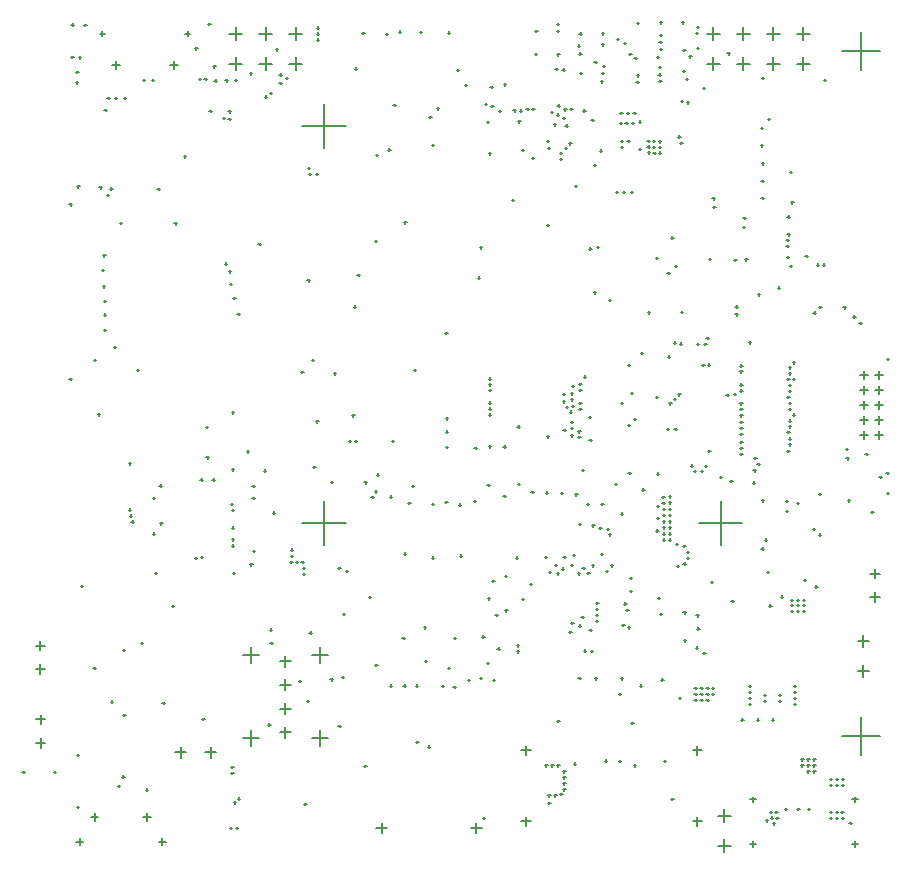
<source format=gbr>
%TF.GenerationSoftware,Altium Limited,Altium Designer,23.1.1 (15)*%
G04 Layer_Color=128*
%FSLAX45Y45*%
%MOMM*%
%TF.SameCoordinates,8C37DE4A-61E0-4A85-99FC-D0A1A2E6B02F*%
%TF.FilePolarity,Positive*%
%TF.FileFunction,Drillmap*%
%TF.Part,Single*%
G01*
G75*
%TA.AperFunction,NonConductor*%
%ADD141C,0.12700*%
D141*
X541380Y182880D02*
X601380D01*
X571380Y152880D02*
Y212880D01*
X1241380Y182880D02*
X1301380D01*
X1271380Y152880D02*
Y212880D01*
X666380Y392880D02*
X731380D01*
X698880Y360380D02*
Y425380D01*
X1111380Y392880D02*
X1176380D01*
X1143880Y360380D02*
Y425380D01*
X1381840Y939800D02*
X1471840D01*
X1426840Y894800D02*
Y984800D01*
X1635840Y939800D02*
X1725840D01*
X1680840Y894800D02*
Y984800D01*
X200660Y1218540D02*
X280660D01*
X240660Y1178540D02*
Y1258540D01*
X200660Y1018540D02*
X280660D01*
X240660Y978540D02*
Y1058540D01*
X198120Y1643380D02*
X278120D01*
X238120Y1603380D02*
Y1683380D01*
X198120Y1843380D02*
X278120D01*
X238120Y1803380D02*
Y1883380D01*
X1955500Y1060000D02*
X2090500D01*
X2023000Y992500D02*
Y1127500D01*
X5976042Y400676D02*
X6086042D01*
X6031042Y345676D02*
Y455675D01*
X5976042Y146676D02*
X6086042D01*
X6031042Y91676D02*
Y201675D01*
X6246000Y159500D02*
X6296000D01*
X6271000Y134500D02*
Y184500D01*
X7110000Y160000D02*
X7160000D01*
X7135000Y135000D02*
Y185000D01*
X7110000Y540000D02*
X7160000D01*
X7135000Y515000D02*
Y565000D01*
X6246000Y540000D02*
X6296000D01*
X6271000Y515000D02*
Y565000D01*
X3085000Y300000D02*
X3175000D01*
X3130000Y255000D02*
Y345000D01*
X3885000Y300000D02*
X3975000D01*
X3930000Y255000D02*
Y345000D01*
X2452911Y2879662D02*
X2822911D01*
X2637911Y2694662D02*
Y3064662D01*
X2452911Y6239622D02*
X2822911D01*
X2637911Y6054622D02*
Y6424622D01*
X7024552Y6880000D02*
X7344551D01*
X7184552Y6720000D02*
Y7040000D01*
X1460002Y7025003D02*
X1510002D01*
X1485002Y7000003D02*
Y7050003D01*
X740002Y7025003D02*
X790002D01*
X765002Y7000003D02*
Y7050003D01*
X845002Y6760003D02*
X915002D01*
X880002Y6725003D02*
Y6795003D01*
X1335002Y6760003D02*
X1405002D01*
X1370002Y6725003D02*
Y6795003D01*
X7308500Y3882500D02*
X7373500D01*
X7341000Y3850000D02*
Y3915000D01*
X7308500Y3755500D02*
X7373500D01*
X7341000Y3723000D02*
Y3788000D01*
X7181500Y3755500D02*
X7246500D01*
X7214000Y3723000D02*
Y3788000D01*
X7181500Y3628500D02*
X7246500D01*
X7214000Y3596000D02*
Y3661000D01*
X7181500Y3882500D02*
X7246500D01*
X7214000Y3850000D02*
Y3915000D01*
X7181500Y4009500D02*
X7246500D01*
X7214000Y3977000D02*
Y4042000D01*
X7308500Y3628500D02*
X7373500D01*
X7341000Y3596000D02*
Y3661000D01*
X7308500Y4009500D02*
X7373500D01*
X7341000Y3977000D02*
Y4042000D01*
X7181500Y4136500D02*
X7246500D01*
X7214000Y4104000D02*
Y4169000D01*
X7308500Y4136500D02*
X7373500D01*
X7341000Y4104000D02*
Y4169000D01*
X6643000Y7023000D02*
X6753000D01*
X6698000Y6968000D02*
Y7078000D01*
X6389000Y7023000D02*
X6499000D01*
X6444000Y6968000D02*
Y7078000D01*
X6135000Y7023000D02*
X6245000D01*
X6190000Y6968000D02*
Y7078000D01*
X5881000Y7023000D02*
X5991000D01*
X5936000Y6968000D02*
Y7078000D01*
X5881000Y6769000D02*
X5991000D01*
X5936000Y6714000D02*
Y6824000D01*
X6135000Y6769000D02*
X6245000D01*
X6190000Y6714000D02*
Y6824000D01*
X6389000Y6769000D02*
X6499000D01*
X6444000Y6714000D02*
Y6824000D01*
X6643000Y6769000D02*
X6753000D01*
X6698000Y6714000D02*
Y6824000D01*
X2345080Y7023000D02*
X2455080D01*
X2400080Y6968000D02*
Y7078000D01*
X2091080Y7023000D02*
X2201080D01*
X2146080Y6968000D02*
Y7078000D01*
X1837080Y7023000D02*
X1947080D01*
X1892080Y6968000D02*
Y7078000D01*
X1837080Y6769000D02*
X1947080D01*
X1892080Y6714000D02*
Y6824000D01*
X2091080Y6769000D02*
X2201080D01*
X2146080Y6714000D02*
Y6824000D01*
X2345080Y6769000D02*
X2455080D01*
X2400080Y6714000D02*
Y6824000D01*
X4311200Y955000D02*
X4391199D01*
X4351200Y915000D02*
Y995000D01*
X5761200Y955000D02*
X5841199D01*
X5801199Y915000D02*
Y995000D01*
X5761200Y355000D02*
X5841199D01*
X5801199Y315000D02*
Y395000D01*
X4311200Y355000D02*
X4391199D01*
X4351200Y315000D02*
Y395000D01*
X2535500Y1060000D02*
X2670500D01*
X2603000Y992500D02*
Y1127500D01*
X2535500Y1760000D02*
X2670500D01*
X2603000Y1692500D02*
Y1827500D01*
X1955500Y1760000D02*
X2090500D01*
X2023000Y1692500D02*
Y1827500D01*
X2267000Y1110000D02*
X2359000D01*
X2313000Y1064000D02*
Y1156000D01*
X2267000Y1310000D02*
X2359000D01*
X2313000Y1264000D02*
Y1356000D01*
X2267000Y1510000D02*
X2359000D01*
X2313000Y1464000D02*
Y1556000D01*
X2267000Y1710000D02*
X2359000D01*
X2313000Y1664000D02*
Y1756000D01*
X7265000Y2253000D02*
X7345000D01*
X7305000Y2213000D02*
Y2293000D01*
X7265000Y2453000D02*
X7345000D01*
X7305000Y2413000D02*
Y2493000D01*
X7158300Y1627000D02*
X7258300D01*
X7208300Y1577000D02*
Y1677000D01*
X7158300Y1881000D02*
X7258300D01*
X7208300Y1831000D02*
Y1931000D01*
X7024552Y1080000D02*
X7344551D01*
X7184552Y920000D02*
Y1240000D01*
X5812871Y2879662D02*
X6182871D01*
X5997871Y2694662D02*
Y3064662D01*
X1712120Y6626142D02*
X1732120D01*
X1722120Y6616142D02*
Y6636142D01*
X1806137Y6627772D02*
X1826137D01*
X1816137Y6617772D02*
Y6637772D01*
X3766980Y6718300D02*
X3786980D01*
X3776980Y6708300D02*
Y6728300D01*
X3228500Y6418580D02*
X3248500D01*
X3238500Y6408580D02*
Y6428580D01*
X4402300Y5973437D02*
X4422300D01*
X4412300Y5963437D02*
Y5983437D01*
X4313080Y6040120D02*
X4333080D01*
X4323080Y6030120D02*
Y6050120D01*
X4038760Y6009640D02*
X4058760D01*
X4048760Y5999640D02*
Y6019640D01*
X3449480Y7038340D02*
X3469480D01*
X3459480Y7028340D02*
Y7048340D01*
X3688240Y7033260D02*
X3708240D01*
X3698240Y7023260D02*
Y7043260D01*
X3594260Y6390640D02*
X3614260D01*
X3604260Y6380640D02*
Y6400640D01*
X3162460Y7020560D02*
X3182460D01*
X3172460Y7010560D02*
Y7030560D01*
X2964340Y7030720D02*
X2984340D01*
X2974340Y7020720D02*
Y7040720D01*
X3271680Y7040880D02*
X3291680D01*
X3281680Y7030880D02*
Y7050880D01*
X987580Y3385820D02*
X1007580D01*
X997580Y3375820D02*
Y3395820D01*
X726600Y3799840D02*
X746600D01*
X736600Y3789840D02*
Y3809840D01*
X355440Y772160D02*
X375440D01*
X365440Y762160D02*
Y782160D01*
X547840Y916940D02*
X567840D01*
X557840Y906940D02*
Y926940D01*
X547840Y478785D02*
X567840D01*
X557840Y468785D02*
Y488785D01*
X87579Y773718D02*
X107579D01*
X97579Y763718D02*
Y783718D01*
X6583840Y5854700D02*
X6603840D01*
X6593840Y5844700D02*
Y5864700D01*
X1054260Y4175760D02*
X1074260D01*
X1064260Y4165760D02*
Y4185760D01*
X688500Y1653540D02*
X708500D01*
X698500Y1643540D02*
Y1663540D01*
X1349959Y2176460D02*
X1369959D01*
X1359959Y2166460D02*
Y2186460D01*
X2141949Y6491769D02*
X2161949D01*
X2151949Y6481769D02*
Y6501769D01*
X2180929Y6523337D02*
X2200929D01*
X2190929Y6513337D02*
Y6533337D01*
X2262533Y6604942D02*
X2282533D01*
X2272533Y6594942D02*
Y6614942D01*
X1669783Y6367433D02*
X1689783D01*
X1679783Y6357433D02*
Y6377433D01*
X1830716Y6365213D02*
X1850716D01*
X1840716Y6355213D02*
Y6375213D01*
X1583103Y6639213D02*
X1603103D01*
X1593103Y6629213D02*
Y6649213D01*
X1628823Y6639213D02*
X1648823D01*
X1638823Y6629213D02*
Y6649213D01*
X1550083Y6898293D02*
X1570083D01*
X1560083Y6888293D02*
Y6908293D01*
X1702483Y6745893D02*
X1722483D01*
X1712483Y6735893D02*
Y6755893D01*
X1660680Y7104380D02*
X1680680D01*
X1670680Y7094380D02*
Y7114380D01*
X484660Y4099560D02*
X504660D01*
X494660Y4089560D02*
Y4109560D01*
X3072920Y5267960D02*
X3092920D01*
X3082920Y5257960D02*
Y5277960D01*
X1190780Y3093720D02*
X1210780D01*
X1200780Y3083720D02*
Y3103720D01*
X1246660Y3197860D02*
X1266660D01*
X1256660Y3187860D02*
Y3207860D01*
X690400Y4259580D02*
X710400D01*
X700400Y4249580D02*
Y4269580D01*
X7023783Y662593D02*
X7043783D01*
X7033783Y652593D02*
Y672593D01*
X6922184Y713393D02*
X6942183D01*
X6932183Y703393D02*
Y723393D01*
X6972983Y713393D02*
X6992983D01*
X6982983Y703393D02*
Y723393D01*
X6782483Y878493D02*
X6802483D01*
X6792483Y868493D02*
Y888493D01*
X7023783Y713393D02*
X7043783D01*
X7033783Y703393D02*
Y723393D01*
X7060720Y3505200D02*
X7080720D01*
X7070720Y3495200D02*
Y3515200D01*
X7342660Y3268980D02*
X7362660D01*
X7352660Y3258980D02*
Y3278980D01*
X6972983Y662593D02*
X6992983D01*
X6982983Y652593D02*
Y672593D01*
X6925836Y662150D02*
X6945836D01*
X6935836Y652150D02*
Y672150D01*
X6782483Y776893D02*
X6802483D01*
X6792483Y766893D02*
Y786893D01*
X6782483Y827693D02*
X6802483D01*
X6792483Y817693D02*
Y837693D01*
X580860Y2346960D02*
X600860D01*
X590860Y2336960D02*
Y2356960D01*
X484660Y5577840D02*
X504660D01*
X494660Y5567840D02*
Y5587840D01*
X938479Y1807498D02*
X958479D01*
X948479Y1797498D02*
Y1817498D01*
X941019Y1253778D02*
X961019D01*
X951019Y1243778D02*
Y1263778D01*
X1134059Y623858D02*
X1154059D01*
X1144059Y613858D02*
Y633858D01*
X895299Y654338D02*
X915299D01*
X905299Y644338D02*
Y664338D01*
X1091720Y1864360D02*
X1111720D01*
X1101720Y1854360D02*
Y1874360D01*
X1272060Y1356360D02*
X1292060D01*
X1282060Y1346360D02*
Y1366360D01*
X1609880Y1219200D02*
X1629880D01*
X1619880Y1209200D02*
Y1229200D01*
X837720Y1369060D02*
X857720D01*
X847720Y1359060D02*
Y1379060D01*
X931700Y734060D02*
X951700D01*
X941700Y724060D02*
Y744060D01*
X1845259Y298738D02*
X1865259D01*
X1855259Y288738D02*
Y308738D01*
X1896059Y298738D02*
X1916059D01*
X1906059Y288738D02*
Y308738D01*
X1206020Y2456180D02*
X1226020D01*
X1216020Y2446180D02*
Y2466180D01*
X3833026Y6588082D02*
X3853026D01*
X3843026Y6578082D02*
Y6598082D01*
X6595900Y5595620D02*
X6615900D01*
X6605900Y5585620D02*
Y5605620D01*
X550700Y5730240D02*
X570700D01*
X560700Y5720240D02*
Y5740240D01*
X2760500Y2501900D02*
X2780500D01*
X2770500Y2491900D02*
Y2511900D01*
X2575080Y3741420D02*
X2595080D01*
X2585080Y3731420D02*
Y3751420D01*
X2879880Y3792220D02*
X2899880D01*
X2889880Y3782220D02*
Y3802220D01*
X2826540Y2476500D02*
X2846540D01*
X2836540Y2466500D02*
Y2486500D01*
X2448080Y4160520D02*
X2468080D01*
X2458080Y4150520D02*
Y4170520D01*
X2722400Y4147820D02*
X2742400D01*
X2732400Y4137820D02*
Y4157820D01*
X5066820Y2522220D02*
X5086820D01*
X5076820Y2512220D02*
Y2532220D01*
X5028720Y2473960D02*
X5048720D01*
X5038720Y2463960D02*
Y2483960D01*
X4175280Y2141220D02*
X4195280D01*
X4185280Y2131220D02*
Y2151220D01*
X3981018Y1918450D02*
X4001018D01*
X3991018Y1908450D02*
Y1928450D01*
X4949980Y5217160D02*
X4969980D01*
X4959980Y5207160D02*
Y5227160D01*
X4091460Y2103120D02*
X4111460D01*
X4101460Y2093120D02*
Y2113120D01*
X4886480Y5204460D02*
X4906480D01*
X4896480Y5194460D02*
Y5214460D01*
X5054120Y2783840D02*
X5074120D01*
X5064120Y2773840D02*
Y2793840D01*
X4020986Y6278202D02*
X4040986D01*
X4030986Y6268202D02*
Y6288202D01*
X771680Y5146040D02*
X791680D01*
X781680Y5136040D02*
Y5156040D01*
X761520Y5024120D02*
X781520D01*
X771520Y5014120D02*
Y5034120D01*
X769140Y4884420D02*
X789140D01*
X779140Y4874420D02*
Y4894420D01*
X774220Y4762500D02*
X794220D01*
X784220Y4752500D02*
Y4772500D01*
X1906740Y4650740D02*
X1926740D01*
X1916740Y4640740D02*
Y4660740D01*
X1843560Y4904740D02*
X1863560D01*
X1853560Y4894740D02*
Y4914740D01*
X1871500Y4785360D02*
X1891500D01*
X1881500Y4775360D02*
Y4795360D01*
X1833400Y5011420D02*
X1853400D01*
X1843400Y5001420D02*
Y5021420D01*
X4787420Y2453640D02*
X4807420D01*
X4797420Y2443640D02*
Y2463640D01*
X4828060Y2501900D02*
X4848060D01*
X4838060Y2491900D02*
Y2511900D01*
X4868700Y2458720D02*
X4888700D01*
X4878700Y2448720D02*
Y2468720D01*
X4909340Y2522220D02*
X4929340D01*
X4919340Y2512220D02*
Y2532220D01*
X863120Y4368800D02*
X883120D01*
X873120Y4358800D02*
Y4378800D01*
X776760Y4513580D02*
X796760D01*
X786760Y4503580D02*
Y4523580D01*
X776760Y4645660D02*
X796760D01*
X786760Y4635660D02*
Y4655660D01*
X540540Y6611620D02*
X560540D01*
X550540Y6601620D02*
Y6621620D01*
X565940Y6822440D02*
X585940D01*
X575940Y6812440D02*
Y6832440D01*
X543080Y6700520D02*
X563080D01*
X553080Y6690520D02*
Y6710520D01*
X499900Y6824980D02*
X519900D01*
X509900Y6814980D02*
Y6834980D01*
X3667280Y4488180D02*
X3687280D01*
X3677280Y4478180D02*
Y4498180D01*
X3959380Y5214620D02*
X3979380D01*
X3969380Y5204620D02*
Y5224620D01*
X3941600Y4958080D02*
X3961600D01*
X3951600Y4948080D02*
Y4968080D01*
X2084860Y5242560D02*
X2104860D01*
X2094860Y5232560D02*
Y5252560D01*
X5793372Y2098046D02*
X5813372D01*
X5803372Y2088046D02*
Y2108046D01*
X2923060Y4978400D02*
X2943060D01*
X2933060Y4968400D02*
Y4988400D01*
X4764560Y5732780D02*
X4784560D01*
X4774560Y5722780D02*
Y5742780D01*
X2801140Y2108200D02*
X2821140D01*
X2811140Y2098200D02*
Y2118200D01*
X5483380Y2110740D02*
X5503380D01*
X5493380Y2100740D02*
Y2120740D01*
X5850884Y1779236D02*
X5870884D01*
X5860884Y1769236D02*
Y1789236D01*
X4109082Y1816770D02*
X4129082D01*
X4119082Y1806770D02*
Y1826770D01*
X6349011Y6649022D02*
X6369011D01*
X6359011Y6639022D02*
Y6659022D01*
X4976172Y6034282D02*
X4996172D01*
X4986172Y6024282D02*
Y6044282D01*
X5913267Y2379302D02*
X5933267D01*
X5923267Y2369302D02*
Y2389302D01*
X4717591Y1958034D02*
X4737591D01*
X4727591Y1948034D02*
Y1968034D01*
X4797733Y2012428D02*
X4817733D01*
X4807733Y2002428D02*
Y2022428D01*
X5212891Y1996134D02*
X5232891D01*
X5222891Y1986134D02*
Y2006134D01*
X5482854Y7010042D02*
X5502854D01*
X5492854Y7000042D02*
Y7020042D01*
X5682146Y6885262D02*
X5702146D01*
X5692146Y6875262D02*
Y6895262D01*
X5704212Y6640106D02*
X5724212D01*
X5714212Y6630106D02*
Y6650106D01*
X5471326Y6676982D02*
X5491326D01*
X5481326Y6666982D02*
Y6686982D01*
X5289220Y6669799D02*
X5309220D01*
X5299220Y6659799D02*
Y6679799D01*
X4991266Y6689682D02*
X5011266D01*
X5001266Y6679682D02*
Y6699682D01*
X5469610Y2244078D02*
X5489610D01*
X5479610Y2234078D02*
Y2254078D01*
X3041897Y3100029D02*
X3061897D01*
X3051897Y3090029D02*
Y3110029D01*
X3022120Y2252980D02*
X3042120D01*
X3032120Y2242980D02*
Y2262980D01*
X3314220Y2621280D02*
X3334220D01*
X3324220Y2611280D02*
Y2631280D01*
X3074279Y1676492D02*
X3094279D01*
X3084279Y1666492D02*
Y1686492D01*
X5643400Y1399540D02*
X5663400D01*
X5653400Y1389540D02*
Y1409540D01*
X5155187Y1564542D02*
X5175187D01*
X5165187Y1554542D02*
Y1574542D01*
X6236383Y1399193D02*
X6256383D01*
X6246383Y1389193D02*
Y1409193D01*
X6236383Y1449993D02*
X6256383D01*
X6246383Y1439993D02*
Y1459993D01*
X6236383Y1348393D02*
X6256383D01*
X6246383Y1338393D02*
Y1358393D01*
X5313200Y1503680D02*
X5333200D01*
X5323200Y1493680D02*
Y1513680D01*
X3517062Y988060D02*
X3537062D01*
X3527062Y978060D02*
Y998060D01*
X5800880Y1986280D02*
X5820880D01*
X5810880Y1976280D02*
Y1996280D01*
X6237760Y4409440D02*
X6257760D01*
X6247760Y4399440D02*
Y4419440D01*
X6111318Y3975536D02*
X6131318D01*
X6121318Y3965536D02*
Y3985536D01*
X5878606Y4449737D02*
X5898606D01*
X5888606Y4439737D02*
Y4459737D01*
X4525800Y5402580D02*
X4545800D01*
X4535800Y5392580D02*
Y5412580D01*
X4525800Y3614420D02*
X4545800D01*
X4535800Y3604420D02*
Y3624420D01*
X6344440Y2664460D02*
X6364440D01*
X6354440Y2654460D02*
Y2674460D01*
X6550180Y3065780D02*
X6570180D01*
X6560180Y3055780D02*
Y3075780D01*
X5137940Y1435100D02*
X5157940D01*
X5147940Y1425100D02*
Y1445100D01*
X6090440Y2219960D02*
X6110440D01*
X6100440Y2209960D02*
Y2229960D01*
X5849140Y6563360D02*
X5869140D01*
X5859140Y6553360D02*
Y6573360D01*
X4904260Y6294120D02*
X4924260D01*
X4914260Y6284120D02*
Y6304120D01*
X6080280Y3235960D02*
X6100280D01*
X6090280Y3225960D02*
Y3245960D01*
X4825337Y3327720D02*
X4845337D01*
X4835337Y3317720D02*
Y3337720D01*
X1886276Y6630047D02*
X1906276D01*
X1896276Y6620047D02*
Y6640047D01*
X2015195Y6687488D02*
X2035195D01*
X2025195Y6677488D02*
Y6697488D01*
X1830716Y6300776D02*
X1850716D01*
X1840716Y6290776D02*
Y6310776D01*
X1781859Y6312131D02*
X1801858D01*
X1791858Y6302131D02*
Y6322131D01*
X2319450Y6647960D02*
X2339450D01*
X2329450Y6637960D02*
Y6657960D01*
X4588791Y6254862D02*
X4608791D01*
X4598791Y6244862D02*
Y6264862D01*
X2262660Y6677660D02*
X2282660D01*
X2272660Y6667660D02*
Y6687660D01*
X3735860Y1493520D02*
X3755860D01*
X3745860Y1483520D02*
Y1503520D01*
X1988340Y3487420D02*
X2008340D01*
X1998340Y3477420D02*
Y3497420D01*
X1254280Y2877820D02*
X1274280D01*
X1264280Y2867820D02*
Y2887820D01*
X6468900Y381000D02*
X6488900D01*
X6478900Y371000D02*
Y391000D01*
X6382540Y363220D02*
X6402540D01*
X6392540Y353220D02*
Y373220D01*
X6423180Y386080D02*
X6443180D01*
X6433180Y376080D02*
Y396080D01*
X6438420Y337820D02*
X6458420D01*
X6448420Y327820D02*
Y347820D01*
X5579900Y546100D02*
X5599900D01*
X5589900Y536100D02*
Y556100D01*
X4614700Y1203960D02*
X4634700D01*
X4624700Y1193960D02*
Y1213960D01*
X3983531Y385774D02*
X4003531D01*
X3993531Y375774D02*
Y395774D01*
X2168680Y1173480D02*
X2188680D01*
X2178680Y1163480D02*
Y1183480D01*
X7020130Y434435D02*
X7040130D01*
X7030130Y424435D02*
Y444435D01*
X1858800Y2689860D02*
X1878800D01*
X1868800Y2679860D02*
Y2699860D01*
X2516660Y1953260D02*
X2536660D01*
X2526660Y1943260D02*
Y1963260D01*
X6555260Y5275580D02*
X6575260D01*
X6565260Y5265580D02*
Y5285580D01*
X6555260Y5224780D02*
X6575260D01*
X6565260Y5214780D02*
Y5234780D01*
X6716858Y5140981D02*
X6736858D01*
X6726858Y5130981D02*
Y5150981D01*
X6481600Y4874260D02*
X6501600D01*
X6491600Y4864260D02*
Y4884260D01*
X6833411Y4711394D02*
X6853411D01*
X6843411Y4701394D02*
Y4721394D01*
X7121680Y4627880D02*
X7141680D01*
X7131680Y4617880D02*
Y4637880D01*
X7037860Y4706620D02*
X7057860D01*
X7047860Y4696620D02*
Y4716620D01*
X6832120Y3124200D02*
X6852120D01*
X6842120Y3114200D02*
Y3134200D01*
X6644160Y3048000D02*
X6664160D01*
X6654160Y3038000D02*
Y3058000D01*
X6508291Y2257754D02*
X6528291D01*
X6518291Y2247754D02*
Y2267754D01*
X4935367Y1565627D02*
X4955367D01*
X4945367Y1555627D02*
Y1575627D01*
X6799100Y2341880D02*
X6819100D01*
X6809100Y2331880D02*
Y2351880D01*
X6702580Y2397760D02*
X6722580D01*
X6712580Y2387760D02*
Y2407760D01*
X1866420Y2458720D02*
X1886420D01*
X1876420Y2448720D02*
Y2468720D01*
X2016280Y2529840D02*
X2036280D01*
X2026280Y2519840D02*
Y2539840D01*
X2793520Y1577340D02*
X2813520D01*
X2803520Y1567340D02*
Y1587340D01*
X2694460Y1557020D02*
X2714460D01*
X2704460Y1547020D02*
Y1567020D01*
X2427760Y1544320D02*
X2447760D01*
X2437760Y1534320D02*
Y1554320D01*
X2186460Y1866900D02*
X2206460D01*
X2196460Y1856900D02*
Y1876900D01*
X2181380Y1978660D02*
X2201380D01*
X2191380Y1968660D02*
Y1988660D01*
X2763040Y1160780D02*
X2783040D01*
X2773040Y1150780D02*
Y1170780D01*
X2493800Y1374140D02*
X2513800D01*
X2503800Y1364140D02*
Y1384140D01*
X1645440Y3436620D02*
X1665440D01*
X1655440Y3426620D02*
Y3446620D01*
X1861340Y3335020D02*
X1881340D01*
X1871340Y3325020D02*
Y3345020D01*
X2128942Y3324809D02*
X2148942D01*
X2138942Y3314809D02*
Y3334809D01*
X2034060Y3192780D02*
X2054060D01*
X2044060Y3182780D02*
Y3202780D01*
X2034060Y3093022D02*
X2054060D01*
X2044060Y3083022D02*
Y3103022D01*
X1853720Y3042920D02*
X1873720D01*
X1863720Y3032920D02*
Y3052920D01*
X2209320Y2969260D02*
X2229320D01*
X2219320Y2959260D02*
Y2979260D01*
X1599720Y2593340D02*
X1619720D01*
X1609720Y2583340D02*
Y2603340D01*
X995200Y2943860D02*
X1015200D01*
X1005200Y2933860D02*
Y2953860D01*
X1010440Y2893060D02*
X1030440D01*
X1020440Y2883060D02*
Y2903060D01*
X987580Y2994660D02*
X1007580D01*
X997580Y2984660D02*
Y3004660D01*
X2036600Y2641600D02*
X2056600D01*
X2046600Y2631600D02*
Y2651600D01*
X1546380Y2583180D02*
X1566380D01*
X1556380Y2573180D02*
Y2593180D01*
X1594640Y3248660D02*
X1614640D01*
X1604640Y3238660D02*
Y3258660D01*
X1696240Y3248660D02*
X1716240D01*
X1706240Y3238660D02*
Y3258660D01*
X1858800Y2991422D02*
X1878800D01*
X1868800Y2981422D02*
Y3001422D01*
X1858800Y2841562D02*
X1878800D01*
X1868800Y2831562D02*
Y2851562D01*
X1858800Y2742502D02*
X1878800D01*
X1868800Y2732502D02*
Y2752502D01*
X1190780Y2790762D02*
X1210780D01*
X1200780Y2780762D02*
Y2800762D01*
X7088660Y340360D02*
X7108660D01*
X7098660Y330360D02*
Y350360D01*
X5515309Y864490D02*
X5535308D01*
X5525308Y854490D02*
Y874490D01*
X5264940Y828040D02*
X5284940D01*
X5274940Y818040D02*
Y838040D01*
X5137940Y866140D02*
X5157940D01*
X5147940Y856140D02*
Y876140D01*
X5016020Y868680D02*
X5036020D01*
X5026020Y858680D02*
Y878680D01*
X6312322Y4816436D02*
X6332322D01*
X6322322Y4806436D02*
Y4826436D01*
X5900954Y5117987D02*
X5920954D01*
X5910954Y5107987D02*
Y5127987D01*
X3636800Y1498600D02*
X3656800D01*
X3646800Y1488600D02*
Y1508600D01*
X1373660Y5417820D02*
X1393660D01*
X1383660Y5407820D02*
Y5427820D01*
X909344Y5420636D02*
X929344D01*
X919344Y5410636D02*
Y5430636D01*
X4685250Y6244847D02*
X4705250D01*
X4695250Y6234847D02*
Y6254847D01*
X4021773Y1693310D02*
X4041772D01*
X4031772Y1683310D02*
Y1703310D01*
X4072033Y1550348D02*
X4092033D01*
X4082033Y1540348D02*
Y1560348D01*
X6585213Y5055638D02*
X6605213D01*
X6595213Y5045638D02*
Y5065638D01*
X3690146Y1653595D02*
X3710146D01*
X3700146Y1643595D02*
Y1663595D01*
X3496255Y1710981D02*
X3516255D01*
X3506255Y1700981D02*
Y1720981D01*
X4525666Y6114676D02*
X4545666D01*
X4535666Y6104676D02*
Y6124676D01*
X6922183Y433993D02*
X6942183D01*
X6932183Y423993D02*
Y443993D01*
X6972983Y433993D02*
X6992983D01*
X6982983Y423993D02*
Y443993D01*
X6922183Y383193D02*
X6942183D01*
X6932183Y373193D02*
Y393193D01*
X6972983Y383193D02*
X6992983D01*
X6982983Y373193D02*
Y393193D01*
X7023783Y383193D02*
X7043783D01*
X7033783Y373193D02*
Y393193D01*
X6541183Y459393D02*
X6561183D01*
X6551183Y449393D02*
Y469393D01*
X6461330Y434435D02*
X6481330D01*
X6471330Y424435D02*
Y444435D01*
X6414183Y433993D02*
X6434183D01*
X6424183Y423993D02*
Y443993D01*
X6680883Y827693D02*
X6700883D01*
X6690883Y817693D02*
Y837693D01*
X6731683Y776893D02*
X6751683D01*
X6741683Y766893D02*
Y786893D01*
X6731683Y827693D02*
X6751683D01*
X6741683Y817693D02*
Y837693D01*
X6731683Y878493D02*
X6751683D01*
X6741683Y868493D02*
Y888493D01*
X6680883Y878493D02*
X6700883D01*
X6690883Y868493D02*
Y888493D01*
X3419719Y1504392D02*
X3439719D01*
X3429719Y1494392D02*
Y1514392D01*
X3313039Y1504392D02*
X3333039D01*
X3323039Y1494392D02*
Y1514392D01*
X2235077Y6891309D02*
X2255077D01*
X2245077Y6881309D02*
Y6901309D01*
X1453354Y5985265D02*
X1473354D01*
X1463354Y5975265D02*
Y5995265D01*
X3738597Y1905998D02*
X3758596D01*
X3748597Y1895998D02*
Y1915998D01*
X4595136Y2522787D02*
X4615136D01*
X4605136Y2512787D02*
Y2532787D01*
X4543887Y2466183D02*
X4563887D01*
X4553887Y2456183D02*
Y2476183D01*
X4940447Y2050767D02*
X4960447D01*
X4950447Y2040767D02*
Y2060767D01*
X5686165Y1886689D02*
X5706165D01*
X5696165Y1876689D02*
Y1896689D01*
X4943670Y2154224D02*
X4963670D01*
X4953670Y2144224D02*
Y2164224D01*
X4667911Y2593771D02*
X4687911D01*
X4677911Y2583771D02*
Y2603771D01*
X4945245Y2204359D02*
X4965245D01*
X4955245Y2194359D02*
Y2214359D01*
X4729627Y2523291D02*
X4749627D01*
X4739627Y2513291D02*
Y2533291D01*
X4944006Y2102722D02*
X4964006D01*
X4954006Y2092722D02*
Y2112722D01*
X4614367Y2453770D02*
X4634367D01*
X4624367Y2443770D02*
Y2463770D01*
X4651902Y2494663D02*
X4671902D01*
X4661902Y2484663D02*
Y2504663D01*
X5683738Y2124087D02*
X5703738D01*
X5693738Y2114087D02*
Y2134087D01*
X6490383Y1373793D02*
X6510383D01*
X6500383Y1363793D02*
Y1383793D01*
X6490383Y1424593D02*
X6510383D01*
X6500383Y1414593D02*
Y1434593D01*
X6363383Y1373793D02*
X6383383D01*
X6373383Y1363793D02*
Y1383793D01*
X6363383Y1424593D02*
X6383383D01*
X6373383Y1414593D02*
Y1434593D01*
X6617383Y1348393D02*
X6637383D01*
X6627383Y1338393D02*
Y1358393D01*
X6617383Y1399193D02*
X6637383D01*
X6627383Y1389193D02*
Y1409193D01*
X6617383Y1449993D02*
X6637383D01*
X6627383Y1439993D02*
Y1459993D01*
X6617383Y1500793D02*
X6637383D01*
X6627383Y1490793D02*
Y1510793D01*
X6236383Y1500793D02*
X6256383D01*
X6246383Y1490793D02*
Y1510793D01*
X6173187Y1216570D02*
X6193187D01*
X6183187Y1206570D02*
Y1226570D01*
X6429843Y1216570D02*
X6449843D01*
X6439843Y1206570D02*
Y1226570D01*
X6303735Y1216570D02*
X6323735D01*
X6313735Y1206570D02*
Y1226570D01*
X2500239Y4934992D02*
X2520239D01*
X2510239Y4924992D02*
Y4944992D01*
X3959256Y1566451D02*
X3979256D01*
X3969256Y1556451D02*
Y1576451D01*
X3859139Y1551712D02*
X3879139D01*
X3869139Y1541712D02*
Y1561712D01*
X3198739Y1504392D02*
X3218739D01*
X3208739Y1494392D02*
Y1514392D01*
X4616731Y6414882D02*
X4636731D01*
X4626731Y6404882D02*
Y6424882D01*
X1230911Y5706222D02*
X1250911D01*
X1240911Y5696222D02*
Y5716222D01*
X2539520Y4262120D02*
X2559520D01*
X2549520Y4252120D02*
Y4272120D01*
X5832484Y3318645D02*
X5852484D01*
X5842484Y3308645D02*
Y3328645D01*
X6164084Y4213935D02*
X6184084D01*
X6174084Y4203935D02*
Y4223935D01*
X5843551Y4220322D02*
X5863551D01*
X5853551Y4210322D02*
Y4230322D01*
X5893763Y3490617D02*
X5913763D01*
X5903763Y3480617D02*
Y3500617D01*
X5549522Y4290458D02*
X5569522D01*
X5559522Y4280458D02*
Y4300458D01*
X5601577Y4407757D02*
X5621577D01*
X5611577Y4397757D02*
Y4417757D01*
X5322180Y4318111D02*
X5342180D01*
X5332180Y4308111D02*
Y4328111D01*
X4755094Y843306D02*
X4775094D01*
X4765094Y833306D02*
Y853306D01*
X4666791Y776934D02*
X4686791D01*
X4676791Y766934D02*
Y786934D01*
X3555896Y6081900D02*
X3575896D01*
X3565896Y6071900D02*
Y6091900D01*
X1183335Y6632750D02*
X1203335D01*
X1193335Y6622750D02*
Y6642750D01*
X1107135Y6632750D02*
X1127135D01*
X1117135Y6622750D02*
Y6642750D01*
X4733667Y2035627D02*
X4753667D01*
X4743667Y2025627D02*
Y2045627D01*
X5218714Y3306097D02*
X5238714D01*
X5228714Y3296097D02*
Y3316097D01*
X4120600Y6368200D02*
X4140600D01*
X4130600Y6358200D02*
Y6378200D01*
X4056866Y6409754D02*
X4076866D01*
X4066866Y6399754D02*
Y6419754D01*
X3999588Y6428134D02*
X4019588D01*
X4009588Y6418134D02*
Y6438134D01*
X3531691Y6316282D02*
X3551691D01*
X3541691Y6306282D02*
Y6326282D01*
X5890716Y4221939D02*
X5910716D01*
X5900716Y4211939D02*
Y4231939D01*
X5151286Y3898222D02*
X5171286D01*
X5161286Y3888222D02*
Y3908222D01*
X5240186Y3982042D02*
X5260186D01*
X5250186Y3972042D02*
Y3992042D01*
X5211703Y4216694D02*
X5231703D01*
X5221703Y4206694D02*
Y4226694D01*
X5652220Y4399700D02*
X5672220D01*
X5662220Y4389700D02*
Y4409700D01*
X4727728Y3686596D02*
X4747728D01*
X4737728Y3676596D02*
Y3696596D01*
X4727728Y3736756D02*
X4747728D01*
X4737728Y3726756D02*
Y3746756D01*
X4722007Y3824560D02*
X4742007D01*
X4732007Y3814560D02*
Y3834560D01*
X4882824Y3779616D02*
X4902824D01*
X4892824Y3769616D02*
Y3789615D01*
X5449572Y3946482D02*
X5469571D01*
X5459572Y3936482D02*
Y3956482D01*
X5865007Y3363947D02*
X5885007D01*
X5875007Y3353947D02*
Y3373947D01*
X5994458Y3272206D02*
X6014458D01*
X6004458Y3262206D02*
Y3282206D01*
X5460357Y3299790D02*
X5480357D01*
X5470357Y3289790D02*
Y3309790D01*
X5334984Y3163661D02*
X5354984D01*
X5344984Y3153661D02*
Y3173661D01*
X5172991Y5683362D02*
X5192991D01*
X5182991Y5673362D02*
Y5693362D01*
X5112031Y5685902D02*
X5132031D01*
X5122031Y5675902D02*
Y5695902D01*
X5236491Y5685902D02*
X5256491D01*
X5246491Y5675902D02*
Y5695902D01*
X2901685Y3573666D02*
X2921685D01*
X2911685Y3563666D02*
Y3583666D01*
X2850885Y3573666D02*
X2870885D01*
X2860885Y3563666D02*
Y3583666D01*
X6564893Y5324878D02*
X6584893D01*
X6574893Y5314878D02*
Y5334878D01*
X1641334Y3696147D02*
X1661334D01*
X1651334Y3686147D02*
Y3706147D01*
X1799958Y5077534D02*
X1819958D01*
X1809958Y5067534D02*
Y5087534D01*
X3554503Y2587562D02*
X3574503D01*
X3564503Y2577562D02*
Y2597562D01*
X6815528Y5068292D02*
X6835528D01*
X6825528Y5058292D02*
Y5078292D01*
X6866328Y5068292D02*
X6886328D01*
X6876328Y5058292D02*
Y5078292D01*
X4229808Y5613900D02*
X4249808D01*
X4239808Y5603900D02*
Y5623900D01*
X6871992Y6628857D02*
X6891992D01*
X6881992Y6618857D02*
Y6638857D01*
X5924096Y1433116D02*
X5944096D01*
X5934096Y1423116D02*
Y1443116D01*
X5924096Y1483300D02*
X5944096D01*
X5934096Y1473300D02*
Y1493300D01*
X5776000Y1483300D02*
X5796000D01*
X5786000Y1473300D02*
Y1493300D01*
X5877600Y1381700D02*
X5897600D01*
X5887600Y1371700D02*
Y1391700D01*
X5877600Y1432500D02*
X5897600D01*
X5887600Y1422500D02*
Y1442500D01*
X5826800Y1381700D02*
X5846800D01*
X5836800Y1371700D02*
Y1391700D01*
X5242093Y1189660D02*
X5262093D01*
X5252093Y1179660D02*
Y1199660D01*
X3555011Y3041132D02*
X3575011D01*
X3565011Y3031132D02*
Y3051132D01*
X2355016Y2551147D02*
X2375016D01*
X2365016Y2541147D02*
Y2561147D01*
X6345971Y5924662D02*
X6365971D01*
X6355971Y5914662D02*
Y5934662D01*
X6564411Y5475082D02*
X6584411D01*
X6574411Y5465082D02*
Y5485082D01*
X6343431Y5630022D02*
X6363431D01*
X6353431Y5620022D02*
Y5640022D01*
X6343431Y5777342D02*
X6363431D01*
X6353431Y5767342D02*
Y5787342D01*
X6340891Y6226922D02*
X6360891D01*
X6350891Y6216922D02*
Y6236922D01*
X6340891Y6077062D02*
X6360891D01*
X6350891Y6067062D02*
Y6087062D01*
X5003646Y6747429D02*
X5023646D01*
X5013646Y6737430D02*
Y6757429D01*
X4983970Y6619997D02*
X5003970D01*
X4993970Y6609997D02*
Y6629997D01*
X4929388Y6784758D02*
X4949388D01*
X4939388Y6774758D02*
Y6794758D01*
X5286111Y6614326D02*
X5306111D01*
X5296111Y6604326D02*
Y6624326D01*
X4160097Y3109661D02*
X4180097D01*
X4170097Y3099661D02*
Y3119661D01*
X5776000Y1381700D02*
X5796000D01*
X5786000Y1371700D02*
Y1391700D01*
X3791231Y2604882D02*
X3811231D01*
X3801231Y2594882D02*
Y2614882D01*
X4983151Y2618482D02*
X5003151D01*
X4993151Y2608482D02*
Y2628482D01*
X4748811Y2612502D02*
X4768811D01*
X4758811Y2602502D02*
Y2622502D01*
X6562371Y3491342D02*
X6582371D01*
X6572371Y3481342D02*
Y3501342D01*
X6562371Y3648822D02*
X6582371D01*
X6572371Y3638822D02*
Y3658822D01*
X6610631Y3798682D02*
X6630631D01*
X6620631Y3788682D02*
Y3808682D01*
X6562371Y3946002D02*
X6582371D01*
X6572371Y3936002D02*
Y3956002D01*
X6562371Y4098158D02*
X6582371D01*
X6572371Y4088158D02*
Y4108158D01*
X6611349Y4100942D02*
X6631349D01*
X6621349Y4090942D02*
Y4110942D01*
X6611349Y4240251D02*
X6631349D01*
X6621349Y4230251D02*
Y4250251D01*
X6309507Y3378014D02*
X6329507D01*
X6319507Y3368014D02*
Y3388014D01*
X5052226Y4766902D02*
X5072226D01*
X5062226Y4756902D02*
Y4776902D01*
X3910611Y3064622D02*
X3930611D01*
X3920611Y3054622D02*
Y3074622D01*
X4023846Y3204494D02*
X4043846D01*
X4033846Y3194494D02*
Y3214494D01*
X4887107Y3583260D02*
X4907107D01*
X4897107Y3573260D02*
Y3593260D01*
X6576847Y3997760D02*
X6596847D01*
X6586847Y3987760D02*
Y4007760D01*
X6576847Y4047920D02*
X6596847D01*
X6586847Y4037920D02*
Y4057920D01*
X1861340Y3817620D02*
X1881340D01*
X1871340Y3807620D02*
Y3827620D01*
X5152671Y2960942D02*
X5172671D01*
X5162671Y2950942D02*
Y2970942D01*
X4987740Y3043040D02*
X5007740D01*
X4997740Y3033040D02*
Y3053040D01*
X4867235Y3043779D02*
X4887235D01*
X4877235Y3033779D02*
Y3053779D01*
X3783611Y3036748D02*
X3803611D01*
X3793611Y3026748D02*
Y3046748D01*
X4509354Y2592060D02*
X4529354D01*
X4519354Y2582060D02*
Y2602060D01*
X5495386Y1554445D02*
X5515386D01*
X5505386Y1544445D02*
Y1564445D01*
X611151Y7098922D02*
X631151D01*
X621151Y7088922D02*
Y7108922D01*
X3353088Y3048822D02*
X3373088D01*
X3363088Y3038822D02*
Y3058822D01*
X4800687Y2874630D02*
X4820687D01*
X4810687Y2864630D02*
Y2884630D01*
X4970262Y2840535D02*
X4990262D01*
X4980262Y2830535D02*
Y2850535D01*
X4911842Y2860855D02*
X4931842D01*
X4921842Y2850855D02*
Y2870855D01*
X6164083Y3893981D02*
X6184083D01*
X6174083Y3883981D02*
Y3903981D01*
X4065645Y2389902D02*
X4085645D01*
X4075645Y2379902D02*
Y2399902D01*
X6164083Y4051998D02*
X6184083D01*
X6174083Y4041998D02*
Y4061998D01*
X3420862Y1025383D02*
X3440862D01*
X3430862Y1015383D02*
Y1035383D01*
X6164083Y3843821D02*
X6184083D01*
X6174083Y3833821D02*
Y3853821D01*
X3304234Y1905847D02*
X3324234D01*
X3314234Y1895847D02*
Y1915847D01*
X6164083Y3567291D02*
X6184083D01*
X6174083Y3557291D02*
Y3577291D01*
X3069268Y3148091D02*
X3089268D01*
X3079268Y3138092D02*
Y3158091D01*
X2982107Y3224247D02*
X3002107D01*
X2992107Y3214247D02*
Y3234247D01*
X4170482Y2433241D02*
X4190482D01*
X4180482Y2423241D02*
Y2443241D01*
X4028480Y2242760D02*
X4048480D01*
X4038480Y2232760D02*
Y2252760D01*
X4384657Y2361743D02*
X4404657D01*
X4394657Y2351743D02*
Y2371743D01*
X5036893Y2831410D02*
X5056893D01*
X5046893Y2821410D02*
Y2841410D01*
X6164084Y4163776D02*
X6184084D01*
X6174084Y4153776D02*
Y4173775D01*
X6164083Y4001838D02*
X6184083D01*
X6174083Y3991838D02*
Y4011838D01*
X5100486Y3209882D02*
X5120486D01*
X5110486Y3199882D02*
Y3219882D01*
X6164083Y3517131D02*
X6184083D01*
X6174083Y3507131D02*
Y3527131D01*
X6164083Y3683265D02*
X6184083D01*
X6174083Y3673265D02*
Y3693265D01*
X6164083Y3733425D02*
X6184083D01*
X6174083Y3723425D02*
Y3743425D01*
X5245574Y6269682D02*
X5265574D01*
X5255574Y6259682D02*
Y6279682D01*
X4677207Y6053137D02*
X4697207D01*
X4687207Y6043137D02*
Y6063137D01*
X6374411Y2739962D02*
X6394411D01*
X6384411Y2729962D02*
Y2749962D01*
X1911764Y548075D02*
X1931763D01*
X1921763Y538075D02*
Y558075D01*
X4266720Y2588260D02*
X4286720D01*
X4276720Y2578260D02*
Y2598260D01*
X501931Y7101142D02*
X521931D01*
X511931Y7091142D02*
Y7111142D01*
X946317Y6477942D02*
X966317D01*
X956317Y6467942D02*
Y6487942D01*
X4280066Y3209882D02*
X4300066D01*
X4290066Y3199882D02*
Y3219882D01*
X5617962Y2701783D02*
X5637962D01*
X5627962Y2691783D02*
Y2711783D01*
X7074431Y3072515D02*
X7094431D01*
X7084431Y3062515D02*
Y3082515D01*
X6390787Y2466685D02*
X6410787D01*
X6400787Y2456685D02*
Y2476685D01*
X5625334Y2518713D02*
X5645334D01*
X5635334Y2508713D02*
Y2528713D01*
X7273773Y2973542D02*
X7293773D01*
X7283773Y2963542D02*
Y2983542D01*
X6832766Y2783162D02*
X6852766D01*
X6842766Y2773162D02*
Y2793162D01*
X5709920Y2634156D02*
X5729920D01*
X5719920Y2624156D02*
Y2644156D01*
X5682740Y2683909D02*
X5702740D01*
X5692740Y2673909D02*
Y2693909D01*
X5711942Y2582403D02*
X5731942D01*
X5721942Y2572403D02*
Y2592403D01*
X5684002Y2536683D02*
X5704002D01*
X5694002Y2526683D02*
Y2546683D01*
X5229234Y2414822D02*
X5249234D01*
X5239234Y2404822D02*
Y2424822D01*
X6410442Y2181083D02*
X6430442D01*
X6420442Y2171083D02*
Y2191083D01*
X4767056Y3122555D02*
X4787056D01*
X4777056Y3112555D02*
Y3132555D01*
X4396906Y3143842D02*
X4416906D01*
X4406906Y3133842D02*
Y3153842D01*
X4160097Y3527536D02*
X4180097D01*
X4170097Y3517536D02*
Y3537536D01*
X4037226Y3850242D02*
X4057226D01*
X4047226Y3840242D02*
Y3860242D01*
X4037226Y4006913D02*
X4057226D01*
X4047226Y3996913D02*
Y4016913D01*
X4036226Y3529922D02*
X4056226D01*
X4046226Y3519922D02*
Y3539922D01*
X4037226Y4054722D02*
X4057226D01*
X4047226Y4044722D02*
Y4064722D01*
X4037226Y3799442D02*
X4057226D01*
X4047226Y3789442D02*
Y3809442D01*
X4037226Y3901042D02*
X4057226D01*
X4047226Y3891042D02*
Y3911042D01*
X4037226Y4104242D02*
X4057226D01*
X4047226Y4094242D02*
Y4114242D01*
X3667280Y3058160D02*
X3687280D01*
X3677280Y3048160D02*
Y3068160D01*
X3197377Y3103753D02*
X3217377D01*
X3207377Y3093753D02*
Y3113753D01*
X4725256Y6384752D02*
X4745256D01*
X4735256Y6374752D02*
Y6394752D01*
X4716728Y6094752D02*
X4736728D01*
X4726728Y6084752D02*
Y6104752D01*
X4835642Y6372083D02*
X4855642D01*
X4845642Y6362083D02*
Y6382083D01*
X4663211Y6308872D02*
X4683211D01*
X4673211Y6298872D02*
Y6318872D01*
X4673801Y6383101D02*
X4693801D01*
X4683801Y6373101D02*
Y6393101D01*
X4609582Y6339063D02*
X4629582D01*
X4619582Y6329063D02*
Y6349063D01*
X4558908Y6362049D02*
X4578908D01*
X4568908Y6352049D02*
Y6372049D01*
X4404185Y6383534D02*
X4424185D01*
X4414185Y6373534D02*
Y6393534D01*
X4354026Y6383326D02*
X4374026D01*
X4364026Y6373326D02*
Y6393326D01*
X4613191Y7045728D02*
X4633191D01*
X4623191Y7035728D02*
Y7055728D01*
X5156366Y6113102D02*
X5176366D01*
X5166366Y6103102D02*
Y6123102D01*
X4161968Y6593707D02*
X4181968D01*
X4171968Y6583707D02*
Y6603707D01*
X5191926Y6269682D02*
X5211926D01*
X5201926Y6259682D02*
Y6279682D01*
X4924599Y5910714D02*
X4944599D01*
X4934599Y5900714D02*
Y5920714D01*
X4637207Y6013137D02*
X4657207D01*
X4647207Y6003137D02*
Y6023137D01*
X4995018Y6932174D02*
X5015018D01*
X5005018Y6922174D02*
Y6942174D01*
X4991953Y7026613D02*
X5011953D01*
X5001953Y7016613D02*
Y7036613D01*
X4807796Y6693320D02*
X4827796D01*
X4817796Y6683320D02*
Y6703320D01*
X4803181Y7024144D02*
X4823181D01*
X4813181Y7014144D02*
Y7034144D01*
X5209733Y6113102D02*
X5229733D01*
X5219733Y6103102D02*
Y6123102D01*
X5473847Y6112227D02*
X5493847D01*
X5483847Y6102227D02*
Y6122227D01*
X6399628Y6302300D02*
X6419628D01*
X6409628Y6292300D02*
Y6312300D01*
X4635344Y5961548D02*
X4655344D01*
X4645344Y5951548D02*
Y5971548D01*
X5181456Y6943206D02*
X5201456D01*
X5191456Y6933206D02*
Y6953206D01*
X4244577Y6374783D02*
X4264577D01*
X4254577Y6364783D02*
Y6384783D01*
X4048926Y6572842D02*
X4068926D01*
X4058926Y6562842D02*
Y6582842D01*
X4615146Y6847482D02*
X4635146D01*
X4625146Y6837482D02*
Y6857482D01*
X4297846Y6371862D02*
X4317846D01*
X4307846Y6361862D02*
Y6381862D01*
X4428419Y7048437D02*
X4448419D01*
X4438419Y7038437D02*
Y7058437D01*
X4422859Y6851434D02*
X4442859D01*
X4432859Y6841434D02*
Y6861434D01*
X6349321Y3072147D02*
X6369321D01*
X6359321Y3062147D02*
Y3082147D01*
X5378177Y6067097D02*
X5398177D01*
X5388177Y6057097D02*
Y6077097D01*
X5656446Y6099179D02*
X5676446D01*
X5666446Y6089179D02*
Y6109179D01*
X5639448Y6151814D02*
X5659448D01*
X5649448Y6141814D02*
Y6161814D01*
X3486413Y1997478D02*
X3506413D01*
X3496413Y1987478D02*
Y2007478D01*
X4612806Y7103702D02*
X4632806D01*
X4622806Y7093702D02*
Y7113702D01*
X5382047Y4663141D02*
X5402047D01*
X5392047Y4653141D02*
Y4673141D01*
X4839778Y4120872D02*
X4859778D01*
X4849778Y4110872D02*
Y4130872D01*
X4793531Y3606539D02*
X4813531D01*
X4803531Y3596539D02*
Y3616539D01*
X4793531Y3656699D02*
X4813531D01*
X4803531Y3646699D02*
Y3666699D01*
X6282633Y3431058D02*
X6302633D01*
X6292633Y3421058D02*
Y3441058D01*
X6165145Y3792394D02*
X6185145D01*
X6175145Y3782394D02*
Y3802394D01*
X870213Y6478038D02*
X890213D01*
X880213Y6468038D02*
Y6488038D01*
X806713Y6478038D02*
X826713D01*
X816713Y6468038D02*
Y6488038D01*
X781313Y6376438D02*
X801313D01*
X791313Y6366438D02*
Y6386438D01*
X5259880Y6350322D02*
X5279880D01*
X5269880Y6340322D02*
Y6360322D01*
X5148120Y6350322D02*
X5168120D01*
X5158120Y6340322D02*
Y6360322D01*
X5144718Y6269682D02*
X5164718D01*
X5154718Y6259682D02*
Y6279682D01*
X5204000Y6350322D02*
X5224000D01*
X5214000Y6340322D02*
Y6360322D01*
X5428856Y6016013D02*
X5448856D01*
X5438856Y6006013D02*
Y6026013D01*
X5379947Y6018211D02*
X5399947D01*
X5389947Y6008211D02*
Y6028211D01*
X5474511Y6016954D02*
X5494511D01*
X5484511Y6006954D02*
Y6026954D01*
X5288446Y7116402D02*
X5308446D01*
X5298446Y7106402D02*
Y7126402D01*
X4539791Y510234D02*
X4559791D01*
X4549791Y500234D02*
Y520234D01*
X4641391Y586434D02*
X4661391D01*
X4651391Y576434D02*
Y596434D01*
X4590591Y573734D02*
X4610591D01*
X4600591Y563734D02*
Y583734D01*
X4539791Y573734D02*
X4559791D01*
X4549791Y563734D02*
Y583734D01*
X4666791Y624534D02*
X4686791D01*
X4676791Y614534D02*
Y634534D01*
X4666791Y675334D02*
X4686791D01*
X4676791Y665334D02*
Y685334D01*
X4666791Y726134D02*
X4686791D01*
X4676791Y716134D02*
Y736134D01*
X4615991Y827734D02*
X4635991D01*
X4625991Y817734D02*
Y837734D01*
X4565191Y827734D02*
X4585191D01*
X4575191Y817734D02*
Y837734D01*
X4514391Y827734D02*
X4534391D01*
X4524391Y817734D02*
Y837734D01*
X6592111Y2135834D02*
X6612111D01*
X6602111Y2125834D02*
Y2145834D01*
X6642911Y2135834D02*
X6662911D01*
X6652911Y2125834D02*
Y2145834D01*
X6696251Y2135834D02*
X6716251D01*
X6706251Y2125834D02*
Y2145834D01*
X6592111Y2184094D02*
X6612111D01*
X6602111Y2174094D02*
Y2194094D01*
X6642911Y2184094D02*
X6662911D01*
X6652911Y2174094D02*
Y2194094D01*
X6696251Y2184094D02*
X6716251D01*
X6706251Y2174094D02*
Y2194094D01*
X6696251Y2229814D02*
X6716251D01*
X6706251Y2219814D02*
Y2239814D01*
X6642911Y2229814D02*
X6662911D01*
X6652911Y2219814D02*
Y2239814D01*
X6592111Y2229814D02*
X6612111D01*
X6602111Y2219814D02*
Y2239814D01*
X5711213Y6441659D02*
X5731213D01*
X5721213Y6431659D02*
Y6451659D01*
X5268771Y6819594D02*
X5288771D01*
X5278771Y6809594D02*
Y6829594D01*
X2473480Y502920D02*
X2493480D01*
X2483480Y492920D02*
Y512920D01*
X2981480Y822960D02*
X3001480D01*
X2991480Y812960D02*
Y832960D01*
X4273091Y1792934D02*
X4293091D01*
X4283091Y1782934D02*
Y1802934D01*
X4273091Y1843734D02*
X4293091D01*
X4283091Y1833734D02*
Y1853734D01*
X6207749Y5112310D02*
X6227749D01*
X6217749Y5102310D02*
Y5122310D01*
X6114591Y5107634D02*
X6134591D01*
X6124591Y5097634D02*
Y5117634D01*
X5935885Y5557562D02*
X5955885D01*
X5945885Y5547562D02*
Y5567562D01*
X5306226Y6278663D02*
X5326226D01*
X5316226Y6268663D02*
Y6288663D01*
X4794214Y1568354D02*
X4814214D01*
X4804214Y1558354D02*
Y1578354D01*
X4841280Y1800800D02*
X4861280D01*
X4851280Y1790800D02*
Y1810800D01*
X1855011Y815034D02*
X1875011D01*
X1865011Y805034D02*
Y825034D01*
X1855011Y766774D02*
X1875011D01*
X1865011Y756774D02*
Y776774D01*
X1879120Y515620D02*
X1899120D01*
X1889120Y505620D02*
Y525620D01*
X5580546Y5297762D02*
X5600546D01*
X5590546Y5287762D02*
Y5307762D01*
X5608486Y5056638D02*
X5628486D01*
X5618486Y5046638D02*
Y5066638D01*
X5153826Y6062302D02*
X5173826D01*
X5163826Y6052302D02*
Y6072302D01*
X4315626Y2239602D02*
X4335626D01*
X4325626Y2229602D02*
Y2249602D01*
X6055609Y6856447D02*
X6075609D01*
X6065609Y6846447D02*
Y6866447D01*
X7064329Y3427200D02*
X7084329D01*
X7074329Y3417200D02*
Y3437200D01*
X4534546Y6055151D02*
X4554546D01*
X4544546Y6045151D02*
Y6065151D01*
X5776000Y1432500D02*
X5796000D01*
X5786000Y1422500D02*
Y1442500D01*
X5826800Y1432500D02*
X5846800D01*
X5836800Y1422500D02*
Y1442500D01*
X5877600Y1483300D02*
X5897600D01*
X5887600Y1473300D02*
Y1493300D01*
X5826800Y1483300D02*
X5846800D01*
X5836800Y1473300D02*
Y1493300D01*
X6647169Y456657D02*
X6667169D01*
X6657169Y446657D02*
Y466657D01*
X6738711Y456657D02*
X6758711D01*
X6748711Y446657D02*
Y466657D01*
X4819478Y2084587D02*
X4839478D01*
X4829478Y2074587D02*
Y2094587D01*
X5509407Y2790780D02*
X5529407D01*
X5519407Y2780780D02*
Y2800780D01*
X5509407Y2739980D02*
X5529407D01*
X5519407Y2729980D02*
Y2749980D01*
X5509407Y2894947D02*
X5529407D01*
X5519407Y2884947D02*
Y2904947D01*
X5509407Y2843247D02*
X5529407D01*
X5519407Y2833247D02*
Y2853247D01*
X5506867Y2999060D02*
X5526867D01*
X5516867Y2989060D02*
Y3009060D01*
X5506867Y2948260D02*
X5526867D01*
X5516867Y2938260D02*
Y2958260D01*
X5504327Y3100980D02*
X5524327D01*
X5514327Y3090980D02*
Y3110980D01*
X5505229Y3050828D02*
X5525229D01*
X5515229Y3040828D02*
Y3060828D01*
X6188295Y5388285D02*
X6208295D01*
X6198295Y5378285D02*
Y5398285D01*
X4801388Y3896699D02*
X4821388D01*
X4811388Y3886699D02*
Y3906699D01*
X4801388Y3846539D02*
X4821388D01*
X4811388Y3836539D02*
Y3856539D01*
X6576847Y3595800D02*
X6596847D01*
X6586847Y3585800D02*
Y3605800D01*
X6550807Y2980407D02*
X6570807D01*
X6560807Y2970407D02*
Y2990407D01*
X3089806Y3291442D02*
X3109806D01*
X3099806Y3281442D02*
Y3301442D01*
X4659526Y6720442D02*
X4679526D01*
X4669526Y6710442D02*
Y6730442D01*
X5680204Y6709621D02*
X5700204D01*
X5690204Y6699621D02*
Y6719621D01*
X5787286Y1825862D02*
X5807286D01*
X5797286Y1815862D02*
Y1835862D01*
X5165936Y2016082D02*
X5185936D01*
X5175936Y2006082D02*
Y2026082D01*
X3400580Y4178300D02*
X3420580D01*
X3410580Y4168300D02*
Y4188300D01*
X3213557Y3573666D02*
X3233557D01*
X3223557Y3563666D02*
Y3583666D01*
X3319300Y5425440D02*
X3339300D01*
X3329300Y5415440D02*
Y5435440D01*
X2891686Y4713842D02*
X2911686D01*
X2901686Y4703842D02*
Y4723842D01*
X3183786Y6042262D02*
X3203786D01*
X3193786Y6032262D02*
Y6052262D01*
X2504606Y5884502D02*
X2524606D01*
X2514606Y5874502D02*
Y5894502D01*
X2510956Y5833702D02*
X2530956D01*
X2520956Y5823702D02*
Y5843702D01*
X2570646Y5833702D02*
X2590646D01*
X2580646Y5823702D02*
Y5843702D01*
X3383822Y3194642D02*
X3403822D01*
X3393822Y3184642D02*
Y3204642D01*
X6559924Y5132769D02*
X6579924D01*
X6569924Y5122769D02*
Y5142769D01*
X5451006Y5122502D02*
X5471006D01*
X5461006Y5112502D02*
Y5132502D01*
X6779407Y2830547D02*
X6799407D01*
X6789407Y2820547D02*
Y2840547D01*
X5473847Y6066323D02*
X5493847D01*
X5483847Y6056323D02*
Y6076323D01*
X5427086Y6113343D02*
X5447086D01*
X5437086Y6103343D02*
Y6123343D01*
X5427086Y6064899D02*
X5447086D01*
X5437086Y6054899D02*
Y6074899D01*
X5378177Y6113001D02*
X5398177D01*
X5388177Y6103001D02*
Y6123001D01*
X5484109Y6894547D02*
X5504109D01*
X5494109Y6884547D02*
Y6904547D01*
X6275913Y3326355D02*
X6295913D01*
X6285913Y3316355D02*
Y3336355D01*
X7404880Y3132511D02*
X7424879D01*
X7414880Y3122511D02*
Y3142511D01*
X5791366Y7027502D02*
X5811366D01*
X5801366Y7017502D02*
Y7037502D01*
X5798543Y6901207D02*
X5818543D01*
X5808543Y6891207D02*
Y6911207D01*
X5669229Y7119004D02*
X5689229D01*
X5679229Y7109004D02*
Y7129004D01*
X5460375Y6823698D02*
X5480375D01*
X5470375Y6813698D02*
Y6833698D01*
X5118071Y6979008D02*
X5138071D01*
X5128071Y6969008D02*
Y6989008D01*
X5929170Y5628742D02*
X5949170D01*
X5939170Y5618742D02*
Y5638742D01*
X5547526Y4998042D02*
X5567526D01*
X5557526Y4988042D02*
Y5008042D01*
X7173126Y4576402D02*
X7193126D01*
X7183126Y4566402D02*
Y4586402D01*
X6784506Y4662762D02*
X6804506D01*
X6794506Y4652762D02*
Y4672762D01*
X6124106Y4713562D02*
X6144106D01*
X6134106Y4703562D02*
Y4723562D01*
X5661072Y4668595D02*
X5681072D01*
X5671072Y4658595D02*
Y4678595D01*
X6124106Y4647522D02*
X6144106D01*
X6134106Y4637522D02*
Y4657522D01*
X5307226Y6047342D02*
X5327226D01*
X5317226Y6037342D02*
Y6057342D01*
X4790606Y6923362D02*
X4810606D01*
X4800606Y6913362D02*
Y6933362D01*
X4600106Y6725242D02*
X4620106D01*
X4610106Y6715242D02*
Y6735242D01*
X4285146Y6280742D02*
X4305146D01*
X4295146Y6270742D02*
Y6290742D01*
X4922686Y4832942D02*
X4942686D01*
X4932686Y4822942D02*
Y4842942D01*
X6165145Y3631838D02*
X6185145D01*
X6175145Y3621838D02*
Y3641838D01*
X6165145Y3465704D02*
X6185145D01*
X6175145Y3455704D02*
Y3475704D01*
X5639966Y3969622D02*
X5659966D01*
X5649966Y3959622D02*
Y3979622D01*
X5601866Y3928982D02*
X5621866D01*
X5611866Y3918982D02*
Y3938982D01*
X5563766Y3893422D02*
X5583766D01*
X5573766Y3883422D02*
Y3903422D01*
X5606946Y3677522D02*
X5626946D01*
X5616946Y3667522D02*
Y3687522D01*
X5540906Y3674982D02*
X5560906D01*
X5550906Y3664982D02*
Y3684982D01*
X5265586Y3761062D02*
X5285586D01*
X5275586Y3751062D02*
Y3771062D01*
X5212246Y3712802D02*
X5232246D01*
X5222246Y3702802D02*
Y3722802D01*
X7401726Y3303862D02*
X7421726D01*
X7411726Y3293862D02*
Y3313862D01*
X6273966Y3222582D02*
X6293966D01*
X6283966Y3212582D02*
Y3232582D01*
X5745646Y3367362D02*
X5765646D01*
X5755646Y3357362D02*
Y3377362D01*
X5557725Y3106067D02*
X5577725D01*
X5567725Y3096067D02*
Y3116067D01*
X5561989Y2843247D02*
X5581989D01*
X5571989Y2833247D02*
Y2853247D01*
X5561989Y2893723D02*
X5581989D01*
X5571989Y2883723D02*
Y2903723D01*
X5561989Y2790456D02*
X5581989D01*
X5571989Y2780456D02*
Y2800456D01*
X5559449Y2998736D02*
X5579449D01*
X5569449Y2988736D02*
Y3008736D01*
X5559449Y2948260D02*
X5579449D01*
X5569449Y2938260D02*
Y2958260D01*
X5561989Y2739980D02*
X5581989D01*
X5571989Y2729980D02*
Y2749980D01*
X5557725Y3055591D02*
X5577725D01*
X5567725Y3045591D02*
Y3065591D01*
X5460280Y3026558D02*
X5480280D01*
X5470280Y3016558D02*
Y3036558D01*
X5458626Y2922862D02*
X5478626D01*
X5468626Y2912862D02*
Y2932862D01*
X5453546Y2816182D02*
X5473546D01*
X5463546Y2806182D02*
Y2826182D01*
X4645826Y3136222D02*
X4665826D01*
X4655826Y3126222D02*
Y3146222D01*
X4518826Y3138762D02*
X4538826D01*
X4528826Y3128762D02*
Y3148762D01*
X4277526Y3697562D02*
X4297526D01*
X4287526Y3687562D02*
Y3707562D01*
X3914306Y3514682D02*
X3934306D01*
X3924306Y3504682D02*
Y3524682D01*
X4899826Y1797642D02*
X4919826D01*
X4909826Y1787642D02*
Y1807642D01*
X2580806Y6974162D02*
X2600806D01*
X2590806Y6964162D02*
Y6984162D01*
X2580806Y7024962D02*
X2600806D01*
X2590806Y7014962D02*
Y7034962D01*
X2580806Y7075762D02*
X2600806D01*
X2590806Y7065762D02*
Y7085762D01*
X2903380Y6728460D02*
X2923380D01*
X2913380Y6718460D02*
Y6738460D01*
X3077106Y5994002D02*
X3097106D01*
X3087106Y5984002D02*
Y6004002D01*
X3673006Y3766142D02*
X3693006D01*
X3683006Y3756142D02*
Y3776142D01*
X3673006Y3654382D02*
X3693006D01*
X3683006Y3644382D02*
Y3664382D01*
X3673006Y3524842D02*
X3693006D01*
X3683006Y3514842D02*
Y3534842D01*
X739306Y5721942D02*
X759306D01*
X749306Y5711942D02*
Y5731942D01*
X830746Y5711782D02*
X850746D01*
X840746Y5701782D02*
Y5721782D01*
X802806Y5655902D02*
X822806D01*
X812806Y5645902D02*
Y5665902D01*
X2359854Y2655692D02*
X2379854D01*
X2369854Y2645692D02*
Y2665692D01*
X2359807Y2601947D02*
X2379807D01*
X2369807Y2591947D02*
Y2611947D01*
X2400447Y2551147D02*
X2420447D01*
X2410447Y2541147D02*
Y2561147D01*
X2461407Y2500347D02*
X2481407D01*
X2471407Y2490347D02*
Y2510347D01*
X2448707Y2551147D02*
X2468707D01*
X2458707Y2541147D02*
Y2561147D01*
X2461407Y2449547D02*
X2481407D01*
X2471407Y2439547D02*
Y2459547D01*
X5229492Y2302742D02*
X5249492D01*
X5239492Y2292742D02*
Y2312742D01*
X5182229Y2198568D02*
X5202229D01*
X5192229Y2188568D02*
Y2208568D01*
X4887126Y1975442D02*
X4907126D01*
X4897126Y1965442D02*
Y1985442D01*
X5200049Y2142728D02*
X5220049D01*
X5210049Y2132728D02*
Y2152728D01*
X5799540Y4394620D02*
X5819540D01*
X5809540Y4384620D02*
Y4404620D01*
X7224480Y3462440D02*
X7244480D01*
X7234480Y3452440D02*
Y3472440D01*
X4801388Y4059106D02*
X4821388D01*
X4811388Y4049106D02*
Y4069106D01*
X4801388Y4008946D02*
X4821388D01*
X4811388Y3998946D02*
Y4018946D01*
X4727728Y3977903D02*
X4747728D01*
X4737728Y3967903D02*
Y3987903D01*
X4727728Y3927743D02*
X4747728D01*
X4737728Y3917743D02*
Y3937743D01*
X7403960Y4267620D02*
X7423959D01*
X7413960Y4257620D02*
Y4277620D01*
X5859633Y4395632D02*
X5879633D01*
X5869633Y4385632D02*
Y4405632D01*
X5661977Y6451242D02*
X5681977D01*
X5671977Y6441242D02*
Y6461242D01*
X6190861Y5462762D02*
X6210861D01*
X6200861Y5452762D02*
Y5472762D01*
X5485696Y7118910D02*
X5505696D01*
X5495696Y7108910D02*
Y7128910D01*
X5479965Y6954684D02*
X5499965D01*
X5489965Y6944684D02*
Y6964684D01*
X4801180Y6855854D02*
X4821180D01*
X4811180Y6845854D02*
Y6865854D01*
X5794587Y7080731D02*
X5814587D01*
X5804587Y7070731D02*
Y7090731D01*
X5225056Y6848990D02*
X5245056D01*
X5235056Y6838990D02*
Y6858990D01*
X5476406Y6743022D02*
X5496406D01*
X5486406Y6733022D02*
Y6753022D01*
X5478946Y6621102D02*
X5498946D01*
X5488946Y6611102D02*
Y6631102D01*
X5732947Y6831047D02*
X5752947D01*
X5742947Y6821047D02*
Y6841047D01*
X6048194Y3964826D02*
X6068194D01*
X6058194Y3954826D02*
Y3974826D01*
X5774401Y3319290D02*
X5794401D01*
X5784401Y3309290D02*
Y3329290D01*
X6576847Y4197780D02*
X6596847D01*
X6586847Y4187780D02*
Y4207780D01*
X6576847Y4147620D02*
X6596847D01*
X6586847Y4137620D02*
Y4157620D01*
X6576847Y3895520D02*
X6596847D01*
X6586847Y3885520D02*
Y3905520D01*
X6576847Y3845360D02*
X6596847D01*
X6586847Y3835360D02*
Y3855360D01*
X6576847Y3748200D02*
X6596847D01*
X6586847Y3738200D02*
Y3758200D01*
X6576847Y3698040D02*
X6596847D01*
X6586847Y3688040D02*
Y3708040D01*
X6576847Y3545640D02*
X6596847D01*
X6586847Y3535640D02*
Y3555640D01*
X4728532Y3622540D02*
X4748532D01*
X4738532Y3612540D02*
Y3632540D01*
X4667572Y3665720D02*
X4687572D01*
X4677572Y3655720D02*
Y3675720D01*
X4686447Y3865200D02*
X4706447D01*
X4696447Y3855200D02*
Y3875200D01*
X4738692Y3868920D02*
X4758692D01*
X4748692Y3858920D02*
Y3878920D01*
X4662492Y3909560D02*
X4682492D01*
X4672492Y3899560D02*
Y3919560D01*
X4665032Y3970520D02*
X4685032D01*
X4675032Y3960520D02*
Y3980520D01*
X4736152Y4039100D02*
X4756152D01*
X4746152Y4029100D02*
Y4049100D01*
X2698606Y3226802D02*
X2718606D01*
X2708606Y3216802D02*
Y3236802D01*
X2549680Y3352800D02*
X2569680D01*
X2559680Y3342800D02*
Y3362800D01*
%TF.MD5,0ac48a2af50ee1748d9fa6e842fca309*%
M02*

</source>
